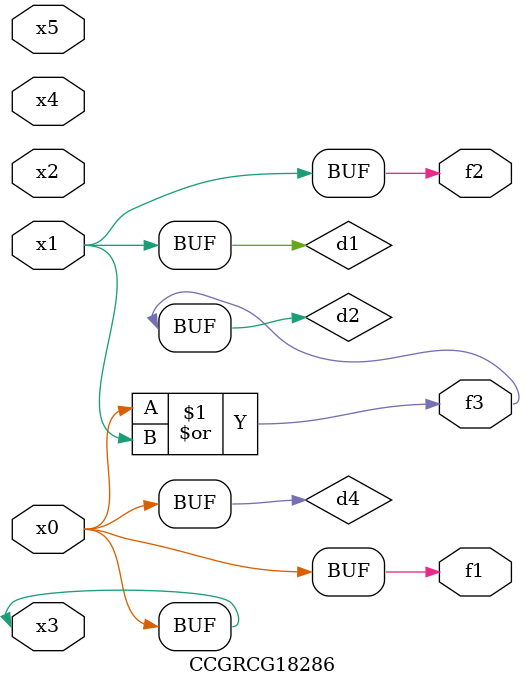
<source format=v>
module CCGRCG18286(
	input x0, x1, x2, x3, x4, x5,
	output f1, f2, f3
);

	wire d1, d2, d3, d4;

	and (d1, x1);
	or (d2, x0, x1);
	nand (d3, x0, x5);
	buf (d4, x0, x3);
	assign f1 = d4;
	assign f2 = d1;
	assign f3 = d2;
endmodule

</source>
